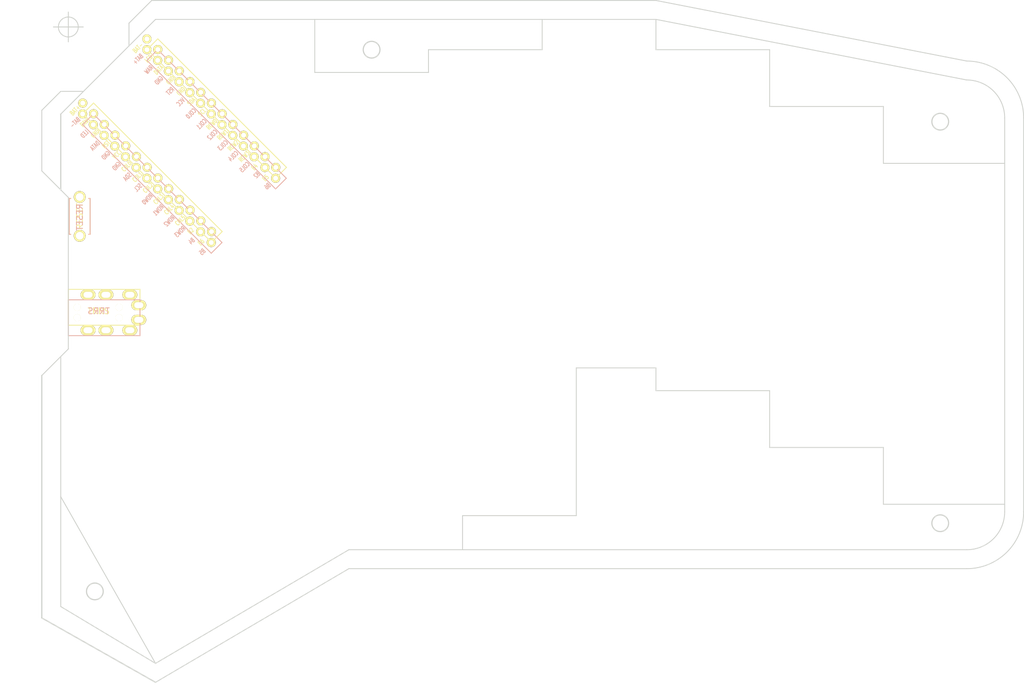
<source format=kicad_pcb>
(kicad_pcb (version 20171130) (host pcbnew 5.0.2-bee76a0~70~ubuntu18.04.1)

  (general
    (thickness 1.6)
    (drawings 57)
    (tracks 0)
    (zones 0)
    (modules 3)
    (nets 1)
  )

  (page A4)
  (layers
    (0 F.Cu signal)
    (31 B.Cu signal)
    (32 B.Adhes user)
    (33 F.Adhes user)
    (34 B.Paste user)
    (35 F.Paste user)
    (36 B.SilkS user)
    (37 F.SilkS user)
    (38 B.Mask user)
    (39 F.Mask user)
    (40 Dwgs.User user)
    (41 Cmts.User user)
    (42 Eco1.User user)
    (43 Eco2.User user)
    (44 Edge.Cuts user)
    (45 Margin user)
    (46 B.CrtYd user)
    (47 F.CrtYd user)
    (48 B.Fab user)
    (49 F.Fab user)
  )

  (setup
    (last_trace_width 0.25)
    (trace_clearance 0.2)
    (zone_clearance 0.508)
    (zone_45_only no)
    (trace_min 0.2)
    (segment_width 0.2)
    (edge_width 0.15)
    (via_size 0.8)
    (via_drill 0.4)
    (via_min_size 0.4)
    (via_min_drill 0.3)
    (uvia_size 0.3)
    (uvia_drill 0.1)
    (uvias_allowed no)
    (uvia_min_size 0.2)
    (uvia_min_drill 0.1)
    (pcb_text_width 0.3)
    (pcb_text_size 1.5 1.5)
    (mod_edge_width 0.15)
    (mod_text_size 1 1)
    (mod_text_width 0.15)
    (pad_size 4 4)
    (pad_drill 3.4)
    (pad_to_mask_clearance 0.051)
    (solder_mask_min_width 0.25)
    (aux_axis_origin 55.88 20.955)
    (grid_origin 55.88 20.955)
    (visible_elements FFFFF7FF)
    (pcbplotparams
      (layerselection 0x010fc_ffffffff)
      (usegerberextensions true)
      (usegerberattributes false)
      (usegerberadvancedattributes false)
      (creategerberjobfile false)
      (excludeedgelayer true)
      (linewidth 0.100000)
      (plotframeref false)
      (viasonmask false)
      (mode 1)
      (useauxorigin false)
      (hpglpennumber 1)
      (hpglpenspeed 20)
      (hpglpendiameter 15.000000)
      (psnegative false)
      (psa4output false)
      (plotreference true)
      (plotvalue true)
      (plotinvisibletext false)
      (padsonsilk false)
      (subtractmaskfromsilk false)
      (outputformat 1)
      (mirror false)
      (drillshape 0)
      (scaleselection 1)
      (outputdirectory ""))
  )

  (net 0 "")

  (net_class Default "これはデフォルトのネット クラスです。"
    (clearance 0.2)
    (trace_width 0.25)
    (via_dia 0.8)
    (via_drill 0.4)
    (uvia_dia 0.3)
    (uvia_drill 0.1)
  )

  (net_class POWER ""
    (clearance 0.2)
    (trace_width 0.4)
    (via_dia 0.8)
    (via_drill 0.4)
    (uvia_dia 0.3)
    (uvia_drill 0.1)
  )

  (module kbd:ProMicro_v2 (layer F.Cu) (tedit 5CF01D95) (tstamp 5D5AA810)
    (at 75.692 40.386 45)
    (path /5CED5D53)
    (fp_text reference U1 (at -1.270001 2.762 315) (layer F.SilkS) hide
      (effects (font (size 1 1) (thickness 0.15)))
    )
    (fp_text value ProMicro (at -1.270001 14.732 45) (layer F.Fab) hide
      (effects (font (size 1 1) (thickness 0.15)))
    )
    (fp_text user RAW (at 4.191 -13.144501 45) (layer B.SilkS)
      (effects (font (size 0.75 0.5) (thickness 0.125)) (justify mirror))
    )
    (fp_text user LED (at -11.049 -13.1445 45) (layer B.SilkS)
      (effects (font (size 0.75 0.5) (thickness 0.125)) (justify mirror))
    )
    (fp_text user GND (at 4.1275 -10.668 45) (layer B.SilkS)
      (effects (font (size 0.75 0.5) (thickness 0.125)) (justify mirror))
    )
    (fp_text user DATA (at -11.2 -10.5 45) (layer B.SilkS)
      (effects (font (size 0.75 0.5) (thickness 0.125)) (justify mirror))
    )
    (fp_text user RST (at 4.191 -8.0645 45) (layer B.SilkS)
      (effects (font (size 0.75 0.5) (thickness 0.125)) (justify mirror))
    )
    (fp_text user GND (at -11.049 -8.0645 45) (layer B.SilkS)
      (effects (font (size 0.75 0.5) (thickness 0.125)) (justify mirror))
    )
    (fp_text user VCC (at 4.1275 -5.5245 45) (layer B.SilkS)
      (effects (font (size 0.75 0.5) (thickness 0.125)) (justify mirror))
    )
    (fp_text user GND (at -11.049 -5.5245 45) (layer B.SilkS)
      (effects (font (size 0.75 0.5) (thickness 0.125)) (justify mirror))
    )
    (fp_text user COL3 (at 4 4.6 45) (layer B.SilkS)
      (effects (font (size 0.75 0.5) (thickness 0.125)) (justify mirror))
    )
    (fp_text user ROW0 (at -11.300001 2.032 45) (layer B.SilkS)
      (effects (font (size 0.75 0.5) (thickness 0.125)) (justify mirror))
    )
    (fp_text user COL2 (at 4 2.1 45) (layer B.SilkS)
      (effects (font (size 0.75 0.5) (thickness 0.125)) (justify mirror))
    )
    (fp_text user SCL (at -11.049 -0.4445 45) (layer B.SilkS)
      (effects (font (size 0.75 0.5) (thickness 0.125)) (justify mirror))
    )
    (fp_text user COL1 (at 4 -0.4445 45) (layer B.SilkS)
      (effects (font (size 0.75 0.5) (thickness 0.125)) (justify mirror))
    )
    (fp_text user SDA (at -11.049 -2.9845 45) (layer B.SilkS)
      (effects (font (size 0.75 0.5) (thickness 0.125)) (justify mirror))
    )
    (fp_text user COL0 (at 4 -2.95 45) (layer B.SilkS)
      (effects (font (size 0.75 0.5) (thickness 0.125)) (justify mirror))
    )
    (fp_text user B6 (at 4.445001 14.732 45) (layer B.SilkS)
      (effects (font (size 0.75 0.5) (thickness 0.125)) (justify mirror))
    )
    (fp_text user B5 (at -11.049 14.7955 45) (layer B.SilkS)
      (effects (font (size 0.75 0.5) (thickness 0.125)) (justify mirror))
    )
    (fp_text user B4 (at -11.049 12.2555 45) (layer B.SilkS)
      (effects (font (size 0.75 0.5) (thickness 0.125)) (justify mirror))
    )
    (fp_text user B2 (at 4.5085 12.128501 45) (layer B.SilkS)
      (effects (font (size 0.75 0.5) (thickness 0.125)) (justify mirror))
    )
    (fp_text user ROW3 (at -11.300001 9.75 45) (layer B.SilkS)
      (effects (font (size 0.75 0.5) (thickness 0.125)) (justify mirror))
    )
    (fp_text user COL5 (at 4 9.75 45) (layer B.SilkS)
      (effects (font (size 0.75 0.5) (thickness 0.125)) (justify mirror))
    )
    (fp_text user ROW2 (at -11.300001 7.239 45) (layer B.SilkS)
      (effects (font (size 0.75 0.5) (thickness 0.125)) (justify mirror))
    )
    (fp_text user COL4 (at 3.95 7.112 45) (layer B.SilkS)
      (effects (font (size 0.75 0.5) (thickness 0.125)) (justify mirror))
    )
    (fp_text user ROW1 (at -11.3 4.6355 45) (layer B.SilkS)
      (effects (font (size 0.75 0.5) (thickness 0.125)) (justify mirror))
    )
    (fp_text user ROW1 (at 5.25 3.302 45) (layer F.SilkS)
      (effects (font (size 0.75 0.5) (thickness 0.125)))
    )
    (fp_text user COL4 (at -9.95 5.85 45) (layer F.SilkS)
      (effects (font (size 0.75 0.5) (thickness 0.125)))
    )
    (fp_text user ROW2 (at 5.2 5.85 45) (layer F.SilkS)
      (effects (font (size 0.75 0.5) (thickness 0.125)))
    )
    (fp_text user COL5 (at -9.95 8.4455 45) (layer F.SilkS)
      (effects (font (size 0.75 0.5) (thickness 0.125)))
    )
    (fp_text user ROW3 (at 5.2 8.4455 45) (layer F.SilkS)
      (effects (font (size 0.75 0.5) (thickness 0.125)))
    )
    (fp_text user B2 (at -9.95 10.95 45) (layer F.SilkS)
      (effects (font (size 0.75 0.5) (thickness 0.125)))
    )
    (fp_text user B4 (at 5.2 10.922 45) (layer F.SilkS)
      (effects (font (size 0.75 0.5) (thickness 0.125)))
    )
    (fp_text user B5 (at 5.2 13.5255 45) (layer F.SilkS)
      (effects (font (size 0.75 0.5) (thickness 0.125)))
    )
    (fp_text user B6 (at -10.05 13.5 45) (layer F.SilkS)
      (effects (font (size 0.75 0.5) (thickness 0.125)))
    )
    (fp_text user COL0 (at -9.9 -4.3 45) (layer F.SilkS)
      (effects (font (size 0.75 0.5) (thickness 0.125)))
    )
    (fp_text user SDA (at 5.461 -4.318 45) (layer F.SilkS)
      (effects (font (size 0.75 0.5) (thickness 0.125)))
    )
    (fp_text user COL1 (at -9.85 -1.778 45) (layer F.SilkS)
      (effects (font (size 0.75 0.5) (thickness 0.125)))
    )
    (fp_text user SCL (at 5.461 -1.778 45) (layer F.SilkS)
      (effects (font (size 0.75 0.5) (thickness 0.125)))
    )
    (fp_text user COL2 (at -9.900001 0.762 45) (layer F.SilkS)
      (effects (font (size 0.75 0.5) (thickness 0.125)))
    )
    (fp_text user ROW0 (at 5.2 0.8 45) (layer F.SilkS)
      (effects (font (size 0.75 0.5) (thickness 0.125)))
    )
    (fp_text user COL3 (at -10 3.35 45) (layer F.SilkS)
      (effects (font (size 0.75 0.5) (thickness 0.125)))
    )
    (fp_text user GND (at 5.461 -6.7945 45) (layer F.SilkS)
      (effects (font (size 0.75 0.5) (thickness 0.125)))
    )
    (fp_text user VCC (at -9.7155 -6.858 45) (layer F.SilkS)
      (effects (font (size 0.75 0.5) (thickness 0.125)))
    )
    (fp_text user GND (at 5.5245 -9.3345 45) (layer F.SilkS)
      (effects (font (size 0.75 0.5) (thickness 0.125)))
    )
    (fp_text user RST (at -9.7155 -9.3345 45) (layer F.SilkS)
      (effects (font (size 0.75 0.5) (thickness 0.125)))
    )
    (fp_text user DATA (at 5.35 -11.95 45) (layer F.SilkS)
      (effects (font (size 0.75 0.5) (thickness 0.125)))
    )
    (fp_text user GND (at -9.7155 -11.938 45) (layer F.SilkS)
      (effects (font (size 0.75 0.5) (thickness 0.125)))
    )
    (fp_text user LED (at 5.5 -14.478 45) (layer F.SilkS)
      (effects (font (size 0.75 0.5) (thickness 0.125)))
    )
    (fp_text user RAW (at -9.7155 -14.478 45) (layer F.SilkS)
      (effects (font (size 0.75 0.5) (thickness 0.125)))
    )
    (fp_text user "" (at -1.2065 -16.256 45) (layer B.SilkS)
      (effects (font (size 1 1) (thickness 0.15)) (justify mirror))
    )
    (fp_text user "" (at -0.499999 -17.25 45) (layer F.SilkS)
      (effects (font (size 1 1) (thickness 0.15)))
    )
    (fp_line (start 6.3864 14.732) (end 6.3864 -15.748) (layer F.SilkS) (width 0.15))
    (fp_line (start 8.9264 14.732) (end 6.3864 14.732) (layer F.SilkS) (width 0.15))
    (fp_line (start 8.9264 -15.748001) (end 8.9264 14.732) (layer F.SilkS) (width 0.15))
    (fp_line (start 6.35 -15.748001) (end 8.89 -15.748) (layer F.SilkS) (width 0.15))
    (fp_line (start -8.8336 14.732001) (end -8.8336 -15.748) (layer F.SilkS) (width 0.15))
    (fp_line (start -6.2936 14.732) (end -8.8336 14.732001) (layer F.SilkS) (width 0.15))
    (fp_line (start -6.2936 -15.748) (end -6.2936 14.732) (layer F.SilkS) (width 0.15))
    (fp_line (start -8.8336 -15.748) (end -6.2936 -15.748) (layer F.SilkS) (width 0.15))
    (fp_line (start -8.845 14.732001) (end -8.845 -18.288) (layer F.Fab) (width 0.15))
    (fp_line (start 8.935 14.732) (end -8.845 14.732001) (layer F.Fab) (width 0.15))
    (fp_line (start 8.935 -18.288) (end 8.935 14.732) (layer F.Fab) (width 0.15))
    (fp_line (start -8.845 -18.288) (end 8.935 -18.288) (layer F.Fab) (width 0.15))
    (fp_line (start -10.16 -17.018) (end 7.62 -17.018) (layer F.Fab) (width 0.15))
    (fp_line (start 7.62 -17.018) (end 7.62 16.002) (layer F.Fab) (width 0.15))
    (fp_line (start 7.62 16.002) (end -10.16 16.002) (layer F.Fab) (width 0.15))
    (fp_line (start -10.16 16.002) (end -10.16 -17.018) (layer F.Fab) (width 0.15))
    (fp_line (start 5.079999 -14.478) (end 7.62 -14.478) (layer B.SilkS) (width 0.15))
    (fp_line (start 7.62 -14.478) (end 7.62 16.002) (layer B.SilkS) (width 0.15))
    (fp_line (start 7.62 16.002) (end 5.08 16.002) (layer B.SilkS) (width 0.15))
    (fp_line (start 5.08 16.002) (end 5.079999 -14.478) (layer B.SilkS) (width 0.15))
    (fp_line (start -10.16 -14.478) (end -7.62 -14.478) (layer B.SilkS) (width 0.15))
    (fp_line (start -7.62 -14.478) (end -7.62 16.002) (layer B.SilkS) (width 0.15))
    (fp_line (start -7.62 16.002) (end -10.16 16.002) (layer B.SilkS) (width 0.15))
    (fp_line (start -10.16 16.002) (end -10.16 -14.478) (layer B.SilkS) (width 0.15))
    (fp_text user BAT- (at 5.5 -17.018 45) (layer F.SilkS)
      (effects (font (size 0.75 0.5) (thickness 0.125)))
    )
    (fp_text user BAT+ (at 4.191 -15.6845 45) (layer B.SilkS)
      (effects (font (size 0.75 0.5) (thickness 0.125)) (justify mirror))
    )
    (fp_text user BAT- (at -10.776307 -15.625646 45) (layer B.SilkS)
      (effects (font (size 0.75 0.5) (thickness 0.125)) (justify mirror))
    )
    (fp_text user BAT+ (at -9.339466 -17.062487 45) (layer F.SilkS)
      (effects (font (size 0.75 0.5) (thickness 0.125)))
    )
    (pad 24 thru_hole circle (at -7.5636 -14.478 45) (size 1.524 1.524) (drill 0.8128) (layers *.Cu *.Mask F.SilkS))
    (pad 23 thru_hole circle (at -7.5636 -11.938 45) (size 1.524 1.524) (drill 0.8128) (layers *.Cu *.Mask F.SilkS))
    (pad 22 thru_hole circle (at -7.5636 -9.398 45) (size 1.524 1.524) (drill 0.8128) (layers *.Cu *.Mask F.SilkS))
    (pad 21 thru_hole circle (at -7.5636 -6.858 45) (size 1.524 1.524) (drill 0.8128) (layers *.Cu *.Mask F.SilkS))
    (pad 20 thru_hole circle (at -7.5636 -4.318 45) (size 1.524 1.524) (drill 0.8128) (layers *.Cu *.Mask F.SilkS))
    (pad 19 thru_hole circle (at -7.5636 -1.778 45) (size 1.524 1.524) (drill 0.8128) (layers *.Cu *.Mask F.SilkS))
    (pad 18 thru_hole circle (at -7.5636 0.762 45) (size 1.524 1.524) (drill 0.8128) (layers *.Cu *.Mask F.SilkS))
    (pad 17 thru_hole circle (at -7.5636 3.302 45) (size 1.524 1.524) (drill 0.8128) (layers *.Cu *.Mask F.SilkS))
    (pad 16 thru_hole circle (at -7.5636 5.842 45) (size 1.524 1.524) (drill 0.8128) (layers *.Cu *.Mask F.SilkS))
    (pad 15 thru_hole circle (at -7.5636 8.382 45) (size 1.524 1.524) (drill 0.8128) (layers *.Cu *.Mask F.SilkS))
    (pad 14 thru_hole circle (at -7.5636 10.922 45) (size 1.524 1.524) (drill 0.8128) (layers *.Cu *.Mask F.SilkS))
    (pad 13 thru_hole circle (at -7.5636 13.462 45) (size 1.524 1.524) (drill 0.8128) (layers *.Cu *.Mask F.SilkS))
    (pad 12 thru_hole circle (at 7.6564 13.462 45) (size 1.524 1.524) (drill 0.8128) (layers *.Cu *.Mask F.SilkS))
    (pad 11 thru_hole circle (at 7.6564 10.922 45) (size 1.524 1.524) (drill 0.8128) (layers *.Cu *.Mask F.SilkS))
    (pad 10 thru_hole circle (at 7.656399 8.382 45) (size 1.524 1.524) (drill 0.8128) (layers *.Cu *.Mask F.SilkS))
    (pad 9 thru_hole circle (at 7.6564 5.842 45) (size 1.524 1.524) (drill 0.8128) (layers *.Cu *.Mask F.SilkS))
    (pad 8 thru_hole circle (at 7.6564 3.302 45) (size 1.524 1.524) (drill 0.8128) (layers *.Cu *.Mask F.SilkS))
    (pad 7 thru_hole circle (at 7.6564 0.762 45) (size 1.524 1.524) (drill 0.8128) (layers *.Cu *.Mask F.SilkS))
    (pad 6 thru_hole circle (at 7.6564 -1.777999 45) (size 1.524 1.524) (drill 0.8128) (layers *.Cu *.Mask F.SilkS))
    (pad 5 thru_hole circle (at 7.656399 -4.318 45) (size 1.524 1.524) (drill 0.8128) (layers *.Cu *.Mask F.SilkS))
    (pad 4 thru_hole circle (at 7.6564 -6.858 45) (size 1.524 1.524) (drill 0.8128) (layers *.Cu *.Mask F.SilkS))
    (pad 3 thru_hole circle (at 7.6564 -9.398 45) (size 1.524 1.524) (drill 0.8128) (layers *.Cu *.Mask F.SilkS))
    (pad 2 thru_hole circle (at 7.6564 -11.938 45) (size 1.524 1.524) (drill 0.8128) (layers *.Cu *.Mask F.SilkS))
    (pad 1 thru_hole circle (at 7.656399 -14.478 45) (size 1.524 1.524) (drill 0.8128) (layers *.Cu *.Mask F.SilkS))
    (pad 1 thru_hole circle (at -8.89 -13.208 45) (size 1.524 1.524) (drill 0.8128) (layers *.Cu *.Mask F.SilkS))
    (pad 2 thru_hole circle (at -8.89 -10.668 45) (size 1.524 1.524) (drill 0.8128) (layers *.Cu *.Mask F.SilkS))
    (pad 3 thru_hole circle (at -8.89 -8.128 45) (size 1.524 1.524) (drill 0.8128) (layers *.Cu *.Mask F.SilkS))
    (pad 4 thru_hole circle (at -8.89 -5.588 45) (size 1.524 1.524) (drill 0.8128) (layers *.Cu *.Mask F.SilkS))
    (pad 5 thru_hole circle (at -8.89 -3.048 45) (size 1.524 1.524) (drill 0.8128) (layers *.Cu *.Mask F.SilkS))
    (pad 6 thru_hole circle (at -8.89 -0.508 45) (size 1.524 1.524) (drill 0.8128) (layers *.Cu *.Mask F.SilkS))
    (pad 7 thru_hole circle (at -8.89 2.032 45) (size 1.524 1.524) (drill 0.8128) (layers *.Cu *.Mask F.SilkS))
    (pad 8 thru_hole circle (at -8.89 4.572 45) (size 1.524 1.524) (drill 0.8128) (layers *.Cu *.Mask F.SilkS))
    (pad 9 thru_hole circle (at -8.89 7.112 45) (size 1.524 1.524) (drill 0.8128) (layers *.Cu *.Mask F.SilkS))
    (pad 10 thru_hole circle (at -8.89 9.652 45) (size 1.524 1.524) (drill 0.8128) (layers *.Cu *.Mask F.SilkS))
    (pad 11 thru_hole circle (at -8.89 12.192 45) (size 1.524 1.524) (drill 0.8128) (layers *.Cu *.Mask F.SilkS))
    (pad 12 thru_hole circle (at -8.89 14.732 45) (size 1.524 1.524) (drill 0.8128) (layers *.Cu *.Mask F.SilkS))
    (pad 13 thru_hole circle (at 6.35 14.732 45) (size 1.524 1.524) (drill 0.8128) (layers *.Cu *.Mask F.SilkS))
    (pad 14 thru_hole circle (at 6.35 12.192 45) (size 1.524 1.524) (drill 0.8128) (layers *.Cu *.Mask F.SilkS))
    (pad 15 thru_hole circle (at 6.35 9.652 45) (size 1.524 1.524) (drill 0.8128) (layers *.Cu *.Mask F.SilkS))
    (pad 16 thru_hole circle (at 6.35 7.111999 45) (size 1.524 1.524) (drill 0.8128) (layers *.Cu *.Mask F.SilkS))
    (pad 17 thru_hole circle (at 6.35 4.572 45) (size 1.524 1.524) (drill 0.8128) (layers *.Cu *.Mask F.SilkS))
    (pad 18 thru_hole circle (at 6.35 2.032 45) (size 1.524 1.524) (drill 0.8128) (layers *.Cu *.Mask F.SilkS))
    (pad 19 thru_hole circle (at 6.35 -0.508 45) (size 1.524 1.524) (drill 0.8128) (layers *.Cu *.Mask F.SilkS))
    (pad 20 thru_hole circle (at 6.350001 -3.048 45) (size 1.524 1.524) (drill 0.8128) (layers *.Cu *.Mask F.SilkS))
    (pad 21 thru_hole circle (at 6.35 -5.588 45) (size 1.524 1.524) (drill 0.8128) (layers *.Cu *.Mask F.SilkS))
    (pad 22 thru_hole circle (at 6.35 -8.128 45) (size 1.524 1.524) (drill 0.8128) (layers *.Cu *.Mask F.SilkS))
    (pad 23 thru_hole circle (at 6.35 -10.668 45) (size 1.524 1.524) (drill 0.8128) (layers *.Cu *.Mask F.SilkS))
    (pad 24 thru_hole circle (at 6.35 -13.207999 45) (size 1.524 1.524) (drill 0.8128) (layers *.Cu *.Mask F.SilkS))
    (pad 26 thru_hole circle (at 7.62 -17.018 45) (size 1.524 1.524) (drill 0.8128) (layers *.Cu *.Mask F.SilkS))
    (pad 25 thru_hole circle (at 6.35 -15.748001 45) (size 1.524 1.524) (drill 0.8128) (layers *.Cu *.Mask F.SilkS))
    (pad 25 thru_hole circle (at -7.5836 -17.018 45) (size 1.524 1.524) (drill 0.8128) (layers *.Cu *.Mask F.SilkS))
    (pad 26 thru_hole circle (at -8.89 -15.748 45) (size 1.524 1.524) (drill 0.8128) (layers *.Cu *.Mask F.SilkS))
  )

  (module kbd:MJ-4PP-9 (layer F.Cu) (tedit 5B986A1E) (tstamp 5D5AAD0C)
    (at 55.88 67.945 90)
    (path /5CEE6558)
    (fp_text reference TRRS1 (at -0.85 4.95 90) (layer F.Fab)
      (effects (font (size 1 1) (thickness 0.15)))
    )
    (fp_text value MJ-4PP-9 (at 0 14 90) (layer F.Fab) hide
      (effects (font (size 1 1) (thickness 0.15)))
    )
    (fp_text user TRRS (at -0.635 5.08 180) (layer F.SilkS)
      (effects (font (size 1 1) (thickness 0.15)))
    )
    (fp_line (start -3 12) (end -3 0) (layer F.SilkS) (width 0.15))
    (fp_line (start 3 12) (end -3 12) (layer F.SilkS) (width 0.15))
    (fp_line (start 3 0) (end 3 12) (layer F.SilkS) (width 0.15))
    (fp_line (start -3 0) (end 3 0) (layer F.SilkS) (width 0.15))
    (fp_line (start -4.75 0) (end 1.25 0) (layer B.SilkS) (width 0.15))
    (fp_line (start 1.25 0) (end 1.25 12) (layer B.SilkS) (width 0.15))
    (fp_line (start 1.25 12) (end -4.75 12) (layer B.SilkS) (width 0.15))
    (fp_line (start -4.75 12) (end -4.75 0) (layer B.SilkS) (width 0.15))
    (fp_text user TRRS (at -0.635 5.08 180) (layer B.SilkS)
      (effects (font (size 1 1) (thickness 0.15)) (justify mirror))
    )
    (pad A thru_hole oval (at -2.1 11.8 90) (size 1.7 2.5) (drill oval 1 1.5) (layers *.Cu *.Mask F.SilkS)
      (clearance 0.15))
    (pad D thru_hole oval (at 2.1 10.3 90) (size 1.7 2.5) (drill oval 1 1.5) (layers *.Cu *.Mask F.SilkS)
      (clearance 0.15))
    (pad C thru_hole oval (at 2.1 6.3 90) (size 1.7 2.5) (drill oval 1 1.5) (layers *.Cu *.Mask F.SilkS))
    (pad B thru_hole oval (at 2.1 3.3 90) (size 1.7 2.5) (drill oval 1 1.5) (layers *.Cu *.Mask F.SilkS))
    (pad "" np_thru_hole circle (at 0 8.5 90) (size 1.2 1.2) (drill 1.2) (layers *.Cu *.Mask F.SilkS))
    (pad "" np_thru_hole circle (at 0 1.5 90) (size 1.2 1.2) (drill 1.2) (layers *.Cu *.Mask F.SilkS))
    (pad C thru_hole oval (at -3.85 6.3 90) (size 1.7 2.5) (drill oval 1 1.5) (layers *.Cu *.Mask F.SilkS))
    (pad B thru_hole oval (at -3.85 3.3 90) (size 1.7 2.5) (drill oval 1 1.5) (layers *.Cu *.Mask F.SilkS))
    (pad A thru_hole oval (at 0.35 11.8 90) (size 1.7 2.5) (drill oval 1 1.5) (layers *.Cu *.Mask F.SilkS)
      (clearance 0.15))
    (pad D thru_hole oval (at -3.85 10.3 90) (size 1.7 2.5) (drill oval 1 1.5) (layers *.Cu *.Mask F.SilkS)
      (clearance 0.15))
    (pad "" np_thru_hole circle (at -1.75 1.5 90) (size 1.2 1.2) (drill 1.2) (layers *.Cu *.Mask F.SilkS))
    (pad "" np_thru_hole circle (at -1.75 8.5 90) (size 1.2 1.2) (drill 1.2) (layers *.Cu *.Mask F.SilkS))
    (model "../../../../../../Users/pluis/Documents/Magic Briefcase/Documents/KiCad/3d/AB2_TRS_3p5MM_PTH.wrl"
      (at (xyz 0 0 0))
      (scale (xyz 0.42 0.42 0.42))
      (rotate (xyz 0 0 90))
    )
  )

  (module kbd:ResetSW (layer F.Cu) (tedit 5B9559E6) (tstamp 5D5AACF9)
    (at 57.785 52.705 270)
    (path /5CED6132)
    (fp_text reference SW23 (at 0 2.55 270) (layer F.SilkS) hide
      (effects (font (size 1 1) (thickness 0.15)))
    )
    (fp_text value SW_PUSH (at 0 -2.55 270) (layer F.Fab)
      (effects (font (size 1 1) (thickness 0.15)))
    )
    (fp_text user RESET (at 0 0 90) (layer F.SilkS)
      (effects (font (size 1 1) (thickness 0.15)))
    )
    (fp_line (start 3 -1.75) (end 3 -1.5) (layer F.SilkS) (width 0.15))
    (fp_line (start -3 -1.75) (end 3 -1.75) (layer F.SilkS) (width 0.15))
    (fp_line (start -3 -1.75) (end -3 -1.5) (layer F.SilkS) (width 0.15))
    (fp_line (start -3 1.75) (end -3 1.5) (layer F.SilkS) (width 0.15))
    (fp_line (start 3 1.75) (end 3 1.5) (layer F.SilkS) (width 0.15))
    (fp_line (start -3 1.75) (end 3 1.75) (layer F.SilkS) (width 0.15))
    (fp_line (start 3 -1.75) (end 3 -1.5) (layer B.SilkS) (width 0.15))
    (fp_line (start -3 -1.75) (end 3 -1.75) (layer B.SilkS) (width 0.15))
    (fp_line (start -3 -1.5) (end -3 -1.75) (layer B.SilkS) (width 0.15))
    (fp_line (start -3 1.75) (end -3 1.5) (layer B.SilkS) (width 0.15))
    (fp_line (start 3 1.75) (end -3 1.75) (layer B.SilkS) (width 0.15))
    (fp_line (start 3 1.5) (end 3 1.75) (layer B.SilkS) (width 0.15))
    (fp_text user RESET (at 0.127 0 270) (layer B.SilkS)
      (effects (font (size 1 1) (thickness 0.15)) (justify mirror))
    )
    (pad 2 thru_hole circle (at -3.25 0 270) (size 2 2) (drill 1.3) (layers *.Cu *.Mask F.SilkS))
    (pad 1 thru_hole circle (at 3.25 0 270) (size 2 2) (drill 1.3) (layers *.Cu *.Mask F.SilkS))
  )

  (gr_line (start 55.88 49.53) (end 55.88 74.93) (layer Edge.Cuts) (width 0.15))
  (gr_line (start 54.61 35.56) (end 54.61 48.26) (layer Edge.Cuts) (width 0.2))
  (gr_line (start 70.485 127.635) (end 54.61 99.695) (layer Edge.Cuts) (width 0.15) (tstamp 5D5AA46A))
  (gr_line (start 66.04 20.32) (end 69.85 16.51) (layer Edge.Cuts) (width 0.15))
  (gr_line (start 54.61 31.75) (end 51.435 34.925) (layer Edge.Cuts) (width 0.15))
  (gr_line (start 58.42 31.75) (end 54.61 31.75) (layer Edge.Cuts) (width 0.15))
  (gr_line (start 66.04 24.13) (end 66.04 20.32) (layer Edge.Cuts) (width 0.15))
  (gr_line (start 54.61 35.56) (end 70.485 19.685) (layer Edge.Cuts) (width 0.15) (tstamp 5D559D4D))
  (gr_line (start 121.92 102.87) (end 121.92 108.585) (layer Edge.Cuts) (width 0.15))
  (gr_line (start 140.97 102.87) (end 121.92 102.87) (layer Edge.Cuts) (width 0.15))
  (gr_line (start 97.155 28.575) (end 97.155 19.685) (layer Edge.Cuts) (width 0.15))
  (gr_line (start 116.205 28.575) (end 97.155 28.575) (layer Edge.Cuts) (width 0.15))
  (gr_line (start 116.205 24.765) (end 116.205 28.575) (layer Edge.Cuts) (width 0.15))
  (gr_line (start 135.255 24.765) (end 116.205 24.765) (layer Edge.Cuts) (width 0.15))
  (gr_line (start 135.255 19.685) (end 135.255 24.765) (layer Edge.Cuts) (width 0.15))
  (gr_line (start 154.305 24.765) (end 154.305 19.685) (layer Edge.Cuts) (width 0.15))
  (gr_line (start 173.355 24.765) (end 154.305 24.765) (layer Edge.Cuts) (width 0.15))
  (gr_line (start 173.355 34.29) (end 173.355 24.765) (layer Edge.Cuts) (width 0.15))
  (gr_line (start 192.405 34.29) (end 173.355 34.29) (layer Edge.Cuts) (width 0.15))
  (gr_line (start 192.405 43.815) (end 192.405 34.29) (layer Edge.Cuts) (width 0.15))
  (gr_line (start 212.725 43.815) (end 192.405 43.815) (layer Edge.Cuts) (width 0.15))
  (gr_line (start 192.405 100.965) (end 212.725 100.965) (layer Edge.Cuts) (width 0.15))
  (gr_line (start 192.405 91.44) (end 192.405 100.965) (layer Edge.Cuts) (width 0.15))
  (gr_line (start 173.355 91.44) (end 192.405 91.44) (layer Edge.Cuts) (width 0.15))
  (gr_line (start 173.355 81.915) (end 173.355 91.44) (layer Edge.Cuts) (width 0.15))
  (gr_line (start 154.305 81.915) (end 173.355 81.915) (layer Edge.Cuts) (width 0.15))
  (gr_line (start 154.305 78.105) (end 154.305 81.915) (layer Edge.Cuts) (width 0.15))
  (gr_line (start 140.97 78.105) (end 154.305 78.105) (layer Edge.Cuts) (width 0.15))
  (gr_line (start 140.97 102.87) (end 140.97 78.105) (layer Edge.Cuts) (width 0.15))
  (gr_line (start 51.435 45.085) (end 51.435 34.925) (layer Edge.Cuts) (width 0.15))
  (gr_line (start 55.88 49.53) (end 51.435 45.085) (layer Edge.Cuts) (width 0.15))
  (gr_line (start 55.88 74.93) (end 51.435 79.375) (layer Edge.Cuts) (width 0.15))
  (gr_circle (center 201.93 104.14) (end 203.33 104.14) (layer Edge.Cuts) (width 0.2) (tstamp 5D53DB55))
  (gr_circle (center 201.93 36.83) (end 203.33 36.83) (layer Edge.Cuts) (width 0.2) (tstamp 5D53DB55))
  (gr_circle (center 106.68 24.765) (end 108.08 24.765) (layer Edge.Cuts) (width 0.2) (tstamp 5D53DB55))
  (gr_circle (center 60.325 115.57) (end 61.725 115.57) (layer Edge.Cuts) (width 0.2))
  (gr_arc (start 206.375 102.235) (end 206.375 111.76) (angle -90) (layer Edge.Cuts) (width 0.15))
  (gr_arc (start 206.375 36.195) (end 215.9 36.195) (angle -90) (layer Edge.Cuts) (width 0.15))
  (gr_line (start 154.305 16.51) (end 69.85 16.51) (layer Edge.Cuts) (width 0.15))
  (gr_line (start 206.375 26.67) (end 154.305 16.51) (layer Edge.Cuts) (width 0.15))
  (gr_line (start 215.9 102.235) (end 215.9 36.195) (layer Edge.Cuts) (width 0.15))
  (gr_line (start 102.87 111.76) (end 206.375 111.76) (layer Edge.Cuts) (width 0.15))
  (gr_line (start 70.485 130.81) (end 102.87 111.76) (layer Edge.Cuts) (width 0.15))
  (gr_line (start 51.435 120.015) (end 70.485 130.81) (layer Edge.Cuts) (width 0.2))
  (gr_line (start 51.435 79.375) (end 51.435 120.015) (layer Edge.Cuts) (width 0.2))
  (target plus (at 55.88 20.955) (size 5) (width 0.15) (layer Edge.Cuts))
  (gr_line (start 70.485 127.635) (end 54.61 118.11) (layer Edge.Cuts) (width 0.15) (tstamp 5D2E91DF))
  (dimension 155.575 (width 0.3) (layer Dwgs.User)
    (gr_text "155.575 mm" (at 133.6675 134.815) (layer Dwgs.User)
      (effects (font (size 1.5 1.5) (thickness 0.3)))
    )
    (feature1 (pts (xy 211.455 116.84) (xy 211.455 133.301421)))
    (feature2 (pts (xy 55.88 116.84) (xy 55.88 133.301421)))
    (crossbar (pts (xy 55.88 132.715) (xy 211.455 132.715)))
    (arrow1a (pts (xy 211.455 132.715) (xy 210.328496 133.301421)))
    (arrow1b (pts (xy 211.455 132.715) (xy 210.328496 132.128579)))
    (arrow2a (pts (xy 55.88 132.715) (xy 57.006504 133.301421)))
    (arrow2b (pts (xy 55.88 132.715) (xy 57.006504 132.128579)))
  )
  (gr_arc (start 206.375 36.195) (end 212.725 36.195) (angle -90) (layer Edge.Cuts) (width 0.15))
  (gr_arc (start 206.375 102.235) (end 206.375 108.585) (angle -90) (layer Edge.Cuts) (width 0.15))
  (dimension 105.41 (width 0.3) (layer Dwgs.User)
    (gr_text "105.410 mm" (at 49.97 73.66 270) (layer Dwgs.User)
      (effects (font (size 1.5 1.5) (thickness 0.3)))
    )
    (feature1 (pts (xy 69.85 126.365) (xy 51.483579 126.365)))
    (feature2 (pts (xy 69.85 20.955) (xy 51.483579 20.955)))
    (crossbar (pts (xy 52.07 20.955) (xy 52.07 126.365)))
    (arrow1a (pts (xy 52.07 126.365) (xy 51.483579 125.238496)))
    (arrow1b (pts (xy 52.07 126.365) (xy 52.656421 125.238496)))
    (arrow2a (pts (xy 52.07 20.955) (xy 51.483579 22.081504)))
    (arrow2b (pts (xy 52.07 20.955) (xy 52.656421 22.081504)))
  )
  (gr_line (start 54.61 118.11) (end 54.61 76.2) (layer Edge.Cuts) (width 0.15))
  (gr_line (start 102.87 108.585) (end 70.485 127.635) (layer Edge.Cuts) (width 0.15))
  (gr_line (start 206.375 108.585) (end 102.87 108.585) (layer Edge.Cuts) (width 0.15))
  (gr_line (start 212.725 36.195) (end 212.725 102.235) (layer Edge.Cuts) (width 0.15))
  (gr_line (start 154.305 19.685) (end 206.375 29.845) (layer Edge.Cuts) (width 0.15))
  (gr_line (start 70.485 19.685) (end 154.305 19.685) (layer Edge.Cuts) (width 0.15))

)

</source>
